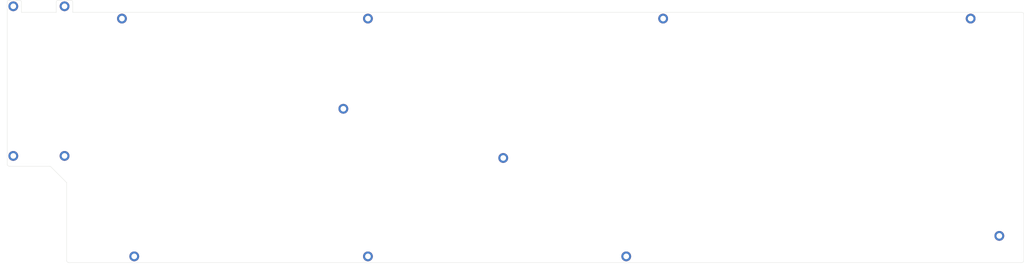
<source format=kicad_pcb>
(kicad_pcb (version 20221018) (generator pcbnew)
  (layers (0 "F.Cu" signal) (31 "B.Cu" signal) (34 "B.Paste" user) (35 "F.Paste" user) (36 "B.SilkS" user "B.Silkscreen") (37 "F.SilkS" user "F.Silkscreen") (38 "B.Mask" user) (39 "F.Mask" user) (44 "Edge.Cuts" user))
  (net 0 "")
  (footprint "MountingHole:MountingHole_2.2mm_M2_DIN965_Pad" (layer "F.Cu") (at 461.9625 121.44375)
    (fp_text reference "H8" hide)
    (fp_text value "MountingHole")
    (pad "1" thru_hole circle (at 0 0) (size 3.8 3.8) (drill 2.2) (layers "*.Cu" "*.Mask"))
  )
  (footprint "MountingHole:MountingHole_2.2mm_M2_DIN965_Pad" (layer "F.Cu") (at 138.1125 213.51875)
    (fp_text reference "H4" hide)
    (fp_text value "MountingHole")
    (pad "1" thru_hole circle (at 0 0) (size 3.8 3.8) (drill 2.2) (layers "*.Cu" "*.Mask"))
  )
  (footprint "MountingHole:MountingHole_2.2mm_M2_DIN965_Pad" (layer "F.Cu") (at 280.9875 175.41875)
    (fp_text reference "H6" hide)
    (fp_text value "MountingHole")
    (pad "1" thru_hole circle (at 0 0) (size 3.8 3.8) (drill 2.2) (layers "*.Cu" "*.Mask"))
  )
  (footprint "MountingHole:MountingHole_2.2mm_M2_DIN965_Pad" (layer "F.Cu") (at 91.28125 116.68125)
    (fp_text reference "H12" hide)
    (fp_text value "MountingHole")
    (pad "1" thru_hole circle (at 0 0) (size 3.8 3.8) (drill 2.2) (layers "*.Cu" "*.Mask"))
  )
  (footprint "MountingHole:MountingHole_2.2mm_M2_DIN965_Pad" (layer "F.Cu") (at 228.6 121.44375)
    (fp_text reference "H7" hide)
    (fp_text value "MountingHole")
    (pad "1" thru_hole circle (at 0 0) (size 3.8 3.8) (drill 2.2) (layers "*.Cu" "*.Mask"))
  )
  (footprint "MountingHole:MountingHole_2.2mm_M2_DIN965_Pad" (layer "F.Cu") (at 111.125 116.68125)
    (fp_text reference "H11" hide)
    (fp_text value "MountingHole")
    (pad "1" thru_hole circle (at 0 0) (size 3.8 3.8) (drill 2.2) (layers "*.Cu" "*.Mask"))
  )
  (footprint "MountingHole:MountingHole_2.2mm_M2_DIN965_Pad" (layer "F.Cu") (at 342.9 121.44375)
    (fp_text reference "H3" hide)
    (fp_text value "MountingHole")
    (pad "1" thru_hole circle (at 0 0) (size 3.8 3.8) (drill 2.2) (layers "*.Cu" "*.Mask"))
  )
  (footprint "MountingHole:MountingHole_2.2mm_M2_DIN965_Pad" (layer "F.Cu") (at 133.35 121.44375)
    (fp_text reference "H2" hide)
    (fp_text value "MountingHole")
    (pad "1" thru_hole circle (at 0 0) (size 3.8 3.8) (drill 2.2) (layers "*.Cu" "*.Mask"))
  )
  (footprint "MountingHole:MountingHole_2.2mm_M2_DIN965_Pad" (layer "F.Cu") (at 473.075 205.58125)
    (fp_text reference "H10" hide)
    (fp_text value "MountingHole")
    (pad "1" thru_hole circle (at 0 0) (size 3.8 3.8) (drill 2.2) (layers "*.Cu" "*.Mask"))
  )
  (footprint "MountingHole:MountingHole_2.2mm_M2_DIN965_Pad" (layer "F.Cu") (at 228.6 213.51875)
    (fp_text reference "H9" hide)
    (fp_text value "MountingHole")
    (pad "1" thru_hole circle (at 0 0) (size 3.8 3.8) (drill 2.2) (layers "*.Cu" "*.Mask"))
  )
  (footprint "MountingHole:MountingHole_2.2mm_M2_DIN965_Pad" (layer "F.Cu") (at 111.125 174.625)
    (fp_text reference "H14" hide)
    (fp_text value "MountingHole")
    (pad "1" thru_hole circle (at 0 0) (size 3.8 3.8) (drill 2.2) (layers "*.Cu" "*.Mask"))
  )
  (footprint "MountingHole:MountingHole_2.2mm_M2_DIN965_Pad" (layer "F.Cu") (at 328.6125 213.51875)
    (fp_text reference "H5" hide)
    (fp_text value "MountingHole")
    (pad "1" thru_hole circle (at 0 0) (size 3.8 3.8) (drill 2.2) (layers "*.Cu" "*.Mask"))
  )
  (footprint "MountingHole:MountingHole_2.2mm_M2_DIN965_Pad" (layer "F.Cu") (at 91.28125 174.625)
    (fp_text reference "H13" hide)
    (fp_text value "MountingHole")
    (pad "1" thru_hole circle (at 0 0) (size 3.8 3.8) (drill 2.2) (layers "*.Cu" "*.Mask"))
  )
  (footprint "MountingHole:MountingHole_2.2mm_M2_DIN965_Pad" (layer "F.Cu") (at 219.075 156.36875)
    (fp_text reference "H1" hide)
    (fp_text value "MountingHole")
    (pad "1" thru_hole circle (at 0 0) (size 3.8 3.8) (drill 2.2) (layers "*.Cu" "*.Mask"))
  )
  (gr_arc (start 481.80625 119.0625) (mid 482.367506 119.294984) (end 482.6 119.85625) (stroke (width 0.1)) (layer "Edge.Cuts"))
  (gr_line (start 114.3 119.0625) (end 114.3 115.09375) (stroke (width 0.1)) (layer "Edge.Cuts"))
  (gr_arc (start 107.95 115.09375) (mid 108.182484 114.532484) (end 108.74375 114.3) (stroke (width 0.1)) (layer "Edge.Cuts"))
  (gr_arc (start 93.6625 114.3) (mid 94.223766 114.532484) (end 94.45625 115.09375) (stroke (width 0.1)) (layer "Edge.Cuts"))
  (gr_line (start 88.9 115.09375) (end 88.9 177.8) (stroke (width 0.1)) (layer "Edge.Cuts"))
  (gr_line (start 93.6625 114.3) (end 89.69375 114.3) (stroke (width 0.1)) (layer "Edge.Cuts"))
  (gr_line (start 89.69375 178.59375) (end 105.56875 178.59375) (stroke (width 0.1)) (layer "Edge.Cuts"))
  (gr_arc (start 88.9 115.09375) (mid 89.132484 114.532484) (end 89.69375 114.3) (stroke (width 0.1)) (layer "Edge.Cuts"))
  (gr_line (start 105.56875 178.59375) (end 111.91875 184.94375) (stroke (width 0.1)) (layer "Edge.Cuts"))
  (gr_line (start 94.45625 115.09375) (end 94.45625 119.0625) (stroke (width 0.1)) (layer "Edge.Cuts"))
  (gr_arc (start 89.69375 178.59375) (mid 89.132484 178.361266) (end 88.9 177.8) (stroke (width 0.1)) (layer "Edge.Cuts"))
  (gr_line (start 108.74375 114.3) (end 113.50625 114.3) (stroke (width 0.1)) (layer "Edge.Cuts"))
  (gr_arc (start 112.7125 215.9) (mid 112.151234 215.667516) (end 111.91875 215.10625) (stroke (width 0.1)) (layer "Edge.Cuts"))
  (gr_line (start 481.80625 215.9) (end 112.7125 215.9) (stroke (width 0.1)) (layer "Edge.Cuts"))
  (gr_arc (start 482.6 215.10625) (mid 482.367502 215.667489) (end 481.80625 215.9) (stroke (width 0.1)) (layer "Edge.Cuts"))
  (gr_line (start 482.6 119.85625) (end 482.6 215.10625) (stroke (width 0.1)) (layer "Edge.Cuts"))
  (gr_arc (start 113.50625 114.3) (mid 114.067516 114.532484) (end 114.3 115.09375) (stroke (width 0.1)) (layer "Edge.Cuts"))
  (gr_line (start 111.91875 184.94375) (end 111.91875 215.10625) (stroke (width 0.1)) (layer "Edge.Cuts"))
  (gr_line (start 94.45625 119.0625) (end 107.95 119.0625) (stroke (width 0.1)) (layer "Edge.Cuts"))
  (gr_line (start 107.95 119.0625) (end 107.95 115.09375) (stroke (width 0.1)) (layer "Edge.Cuts"))
  (gr_line (start 114.3 119.0625) (end 481.80625 119.0625) (stroke (width 0.1)) (layer "Edge.Cuts"))
)
</source>
